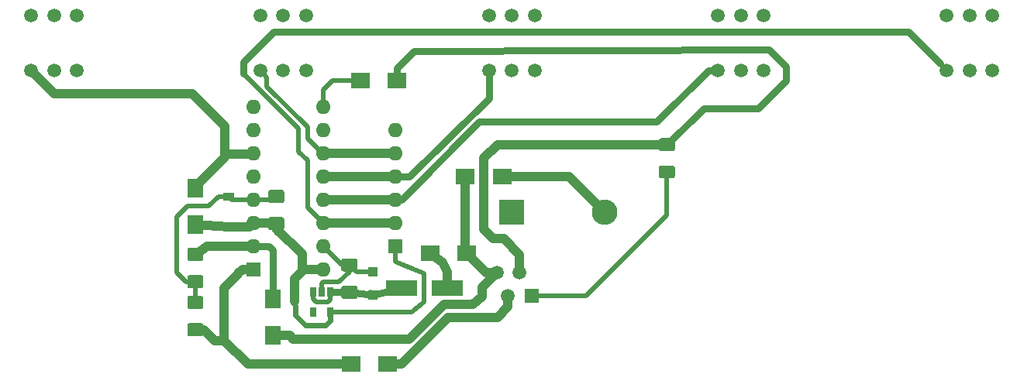
<source format=gbr>
G04 #@! TF.GenerationSoftware,KiCad,Pcbnew,5.1.5-52549c5~84~ubuntu19.10.1*
G04 #@! TF.CreationDate,2020-01-22T18:49:14-06:00*
G04 #@! TF.ProjectId,Timer,54696d65-722e-46b6-9963-61645f706362,rev?*
G04 #@! TF.SameCoordinates,PX93be440PYaa38e78*
G04 #@! TF.FileFunction,Copper,L1,Top*
G04 #@! TF.FilePolarity,Positive*
%FSLAX46Y46*%
G04 Gerber Fmt 4.6, Leading zero omitted, Abs format (unit mm)*
G04 Created by KiCad (PCBNEW 5.1.5-52549c5~84~ubuntu19.10.1) date 2020-01-22 18:49:14*
%MOMM*%
%LPD*%
G04 APERTURE LIST*
%ADD10R,3.500000X1.800000*%
%ADD11R,1.520000X1.520000*%
%ADD12C,1.520000*%
%ADD13C,0.100000*%
%ADD14R,1.200000X0.900000*%
%ADD15R,2.000000X1.700000*%
%ADD16O,1.600000X1.600000*%
%ADD17R,1.600000X1.600000*%
%ADD18C,1.500000*%
%ADD19O,2.800000X2.800000*%
%ADD20R,2.800000X2.800000*%
%ADD21R,1.000000X1.000000*%
%ADD22R,1.700000X2.000000*%
%ADD23R,0.650000X1.060000*%
%ADD24C,0.400000*%
%ADD25C,1.000000*%
%ADD26C,0.600000*%
%ADD27C,0.500000*%
%ADD28C,0.750000*%
%ADD29C,0.800000*%
G04 APERTURE END LIST*
D10*
X-62016000Y11811000D03*
X-67016000Y11811000D03*
D11*
X-52770000Y10960000D03*
D12*
X-54070000Y13500000D03*
X-55340000Y10960000D03*
X-56580000Y13500000D03*
G04 #@! TA.AperFunction,SMDPad,CuDef*
D13*
G36*
X-88850496Y7973796D02*
G01*
X-88826227Y7970196D01*
X-88802429Y7964235D01*
X-88779329Y7955970D01*
X-88757151Y7945480D01*
X-88736107Y7932867D01*
X-88716402Y7918253D01*
X-88698223Y7901777D01*
X-88681747Y7883598D01*
X-88667133Y7863893D01*
X-88654520Y7842849D01*
X-88644030Y7820671D01*
X-88635765Y7797571D01*
X-88629804Y7773773D01*
X-88626204Y7749504D01*
X-88625000Y7725000D01*
X-88625000Y6800000D01*
X-88626204Y6775496D01*
X-88629804Y6751227D01*
X-88635765Y6727429D01*
X-88644030Y6704329D01*
X-88654520Y6682151D01*
X-88667133Y6661107D01*
X-88681747Y6641402D01*
X-88698223Y6623223D01*
X-88716402Y6606747D01*
X-88736107Y6592133D01*
X-88757151Y6579520D01*
X-88779329Y6569030D01*
X-88802429Y6560765D01*
X-88826227Y6554804D01*
X-88850496Y6551204D01*
X-88875000Y6550000D01*
X-90125000Y6550000D01*
X-90149504Y6551204D01*
X-90173773Y6554804D01*
X-90197571Y6560765D01*
X-90220671Y6569030D01*
X-90242849Y6579520D01*
X-90263893Y6592133D01*
X-90283598Y6606747D01*
X-90301777Y6623223D01*
X-90318253Y6641402D01*
X-90332867Y6661107D01*
X-90345480Y6682151D01*
X-90355970Y6704329D01*
X-90364235Y6727429D01*
X-90370196Y6751227D01*
X-90373796Y6775496D01*
X-90375000Y6800000D01*
X-90375000Y7725000D01*
X-90373796Y7749504D01*
X-90370196Y7773773D01*
X-90364235Y7797571D01*
X-90355970Y7820671D01*
X-90345480Y7842849D01*
X-90332867Y7863893D01*
X-90318253Y7883598D01*
X-90301777Y7901777D01*
X-90283598Y7918253D01*
X-90263893Y7932867D01*
X-90242849Y7945480D01*
X-90220671Y7955970D01*
X-90197571Y7964235D01*
X-90173773Y7970196D01*
X-90149504Y7973796D01*
X-90125000Y7975000D01*
X-88875000Y7975000D01*
X-88850496Y7973796D01*
G37*
G04 #@! TD.AperFunction*
G04 #@! TA.AperFunction,SMDPad,CuDef*
G36*
X-88850496Y10948796D02*
G01*
X-88826227Y10945196D01*
X-88802429Y10939235D01*
X-88779329Y10930970D01*
X-88757151Y10920480D01*
X-88736107Y10907867D01*
X-88716402Y10893253D01*
X-88698223Y10876777D01*
X-88681747Y10858598D01*
X-88667133Y10838893D01*
X-88654520Y10817849D01*
X-88644030Y10795671D01*
X-88635765Y10772571D01*
X-88629804Y10748773D01*
X-88626204Y10724504D01*
X-88625000Y10700000D01*
X-88625000Y9775000D01*
X-88626204Y9750496D01*
X-88629804Y9726227D01*
X-88635765Y9702429D01*
X-88644030Y9679329D01*
X-88654520Y9657151D01*
X-88667133Y9636107D01*
X-88681747Y9616402D01*
X-88698223Y9598223D01*
X-88716402Y9581747D01*
X-88736107Y9567133D01*
X-88757151Y9554520D01*
X-88779329Y9544030D01*
X-88802429Y9535765D01*
X-88826227Y9529804D01*
X-88850496Y9526204D01*
X-88875000Y9525000D01*
X-90125000Y9525000D01*
X-90149504Y9526204D01*
X-90173773Y9529804D01*
X-90197571Y9535765D01*
X-90220671Y9544030D01*
X-90242849Y9554520D01*
X-90263893Y9567133D01*
X-90283598Y9581747D01*
X-90301777Y9598223D01*
X-90318253Y9616402D01*
X-90332867Y9636107D01*
X-90345480Y9657151D01*
X-90355970Y9679329D01*
X-90364235Y9702429D01*
X-90370196Y9726227D01*
X-90373796Y9750496D01*
X-90375000Y9775000D01*
X-90375000Y10700000D01*
X-90373796Y10724504D01*
X-90370196Y10748773D01*
X-90364235Y10772571D01*
X-90355970Y10795671D01*
X-90345480Y10817849D01*
X-90332867Y10838893D01*
X-90318253Y10858598D01*
X-90301777Y10876777D01*
X-90283598Y10893253D01*
X-90263893Y10907867D01*
X-90242849Y10920480D01*
X-90220671Y10930970D01*
X-90197571Y10939235D01*
X-90173773Y10945196D01*
X-90149504Y10948796D01*
X-90125000Y10950000D01*
X-88875000Y10950000D01*
X-88850496Y10948796D01*
G37*
G04 #@! TD.AperFunction*
G04 #@! TA.AperFunction,SMDPad,CuDef*
G36*
X-88850496Y13223796D02*
G01*
X-88826227Y13220196D01*
X-88802429Y13214235D01*
X-88779329Y13205970D01*
X-88757151Y13195480D01*
X-88736107Y13182867D01*
X-88716402Y13168253D01*
X-88698223Y13151777D01*
X-88681747Y13133598D01*
X-88667133Y13113893D01*
X-88654520Y13092849D01*
X-88644030Y13070671D01*
X-88635765Y13047571D01*
X-88629804Y13023773D01*
X-88626204Y12999504D01*
X-88625000Y12975000D01*
X-88625000Y12050000D01*
X-88626204Y12025496D01*
X-88629804Y12001227D01*
X-88635765Y11977429D01*
X-88644030Y11954329D01*
X-88654520Y11932151D01*
X-88667133Y11911107D01*
X-88681747Y11891402D01*
X-88698223Y11873223D01*
X-88716402Y11856747D01*
X-88736107Y11842133D01*
X-88757151Y11829520D01*
X-88779329Y11819030D01*
X-88802429Y11810765D01*
X-88826227Y11804804D01*
X-88850496Y11801204D01*
X-88875000Y11800000D01*
X-90125000Y11800000D01*
X-90149504Y11801204D01*
X-90173773Y11804804D01*
X-90197571Y11810765D01*
X-90220671Y11819030D01*
X-90242849Y11829520D01*
X-90263893Y11842133D01*
X-90283598Y11856747D01*
X-90301777Y11873223D01*
X-90318253Y11891402D01*
X-90332867Y11911107D01*
X-90345480Y11932151D01*
X-90355970Y11954329D01*
X-90364235Y11977429D01*
X-90370196Y12001227D01*
X-90373796Y12025496D01*
X-90375000Y12050000D01*
X-90375000Y12975000D01*
X-90373796Y12999504D01*
X-90370196Y13023773D01*
X-90364235Y13047571D01*
X-90355970Y13070671D01*
X-90345480Y13092849D01*
X-90332867Y13113893D01*
X-90318253Y13133598D01*
X-90301777Y13151777D01*
X-90283598Y13168253D01*
X-90263893Y13182867D01*
X-90242849Y13195480D01*
X-90220671Y13205970D01*
X-90197571Y13214235D01*
X-90173773Y13220196D01*
X-90149504Y13223796D01*
X-90125000Y13225000D01*
X-88875000Y13225000D01*
X-88850496Y13223796D01*
G37*
G04 #@! TD.AperFunction*
G04 #@! TA.AperFunction,SMDPad,CuDef*
G36*
X-88850496Y16198796D02*
G01*
X-88826227Y16195196D01*
X-88802429Y16189235D01*
X-88779329Y16180970D01*
X-88757151Y16170480D01*
X-88736107Y16157867D01*
X-88716402Y16143253D01*
X-88698223Y16126777D01*
X-88681747Y16108598D01*
X-88667133Y16088893D01*
X-88654520Y16067849D01*
X-88644030Y16045671D01*
X-88635765Y16022571D01*
X-88629804Y15998773D01*
X-88626204Y15974504D01*
X-88625000Y15950000D01*
X-88625000Y15025000D01*
X-88626204Y15000496D01*
X-88629804Y14976227D01*
X-88635765Y14952429D01*
X-88644030Y14929329D01*
X-88654520Y14907151D01*
X-88667133Y14886107D01*
X-88681747Y14866402D01*
X-88698223Y14848223D01*
X-88716402Y14831747D01*
X-88736107Y14817133D01*
X-88757151Y14804520D01*
X-88779329Y14794030D01*
X-88802429Y14785765D01*
X-88826227Y14779804D01*
X-88850496Y14776204D01*
X-88875000Y14775000D01*
X-90125000Y14775000D01*
X-90149504Y14776204D01*
X-90173773Y14779804D01*
X-90197571Y14785765D01*
X-90220671Y14794030D01*
X-90242849Y14804520D01*
X-90263893Y14817133D01*
X-90283598Y14831747D01*
X-90301777Y14848223D01*
X-90318253Y14866402D01*
X-90332867Y14886107D01*
X-90345480Y14907151D01*
X-90355970Y14929329D01*
X-90364235Y14952429D01*
X-90370196Y14976227D01*
X-90373796Y15000496D01*
X-90375000Y15025000D01*
X-90375000Y15950000D01*
X-90373796Y15974504D01*
X-90370196Y15998773D01*
X-90364235Y16022571D01*
X-90355970Y16045671D01*
X-90345480Y16067849D01*
X-90332867Y16088893D01*
X-90318253Y16108598D01*
X-90301777Y16126777D01*
X-90283598Y16143253D01*
X-90263893Y16157867D01*
X-90242849Y16170480D01*
X-90220671Y16180970D01*
X-90197571Y16189235D01*
X-90173773Y16195196D01*
X-90149504Y16198796D01*
X-90125000Y16200000D01*
X-88875000Y16200000D01*
X-88850496Y16198796D01*
G37*
G04 #@! TD.AperFunction*
G04 #@! TA.AperFunction,SMDPad,CuDef*
G36*
X-37350496Y28198796D02*
G01*
X-37326227Y28195196D01*
X-37302429Y28189235D01*
X-37279329Y28180970D01*
X-37257151Y28170480D01*
X-37236107Y28157867D01*
X-37216402Y28143253D01*
X-37198223Y28126777D01*
X-37181747Y28108598D01*
X-37167133Y28088893D01*
X-37154520Y28067849D01*
X-37144030Y28045671D01*
X-37135765Y28022571D01*
X-37129804Y27998773D01*
X-37126204Y27974504D01*
X-37125000Y27950000D01*
X-37125000Y27025000D01*
X-37126204Y27000496D01*
X-37129804Y26976227D01*
X-37135765Y26952429D01*
X-37144030Y26929329D01*
X-37154520Y26907151D01*
X-37167133Y26886107D01*
X-37181747Y26866402D01*
X-37198223Y26848223D01*
X-37216402Y26831747D01*
X-37236107Y26817133D01*
X-37257151Y26804520D01*
X-37279329Y26794030D01*
X-37302429Y26785765D01*
X-37326227Y26779804D01*
X-37350496Y26776204D01*
X-37375000Y26775000D01*
X-38625000Y26775000D01*
X-38649504Y26776204D01*
X-38673773Y26779804D01*
X-38697571Y26785765D01*
X-38720671Y26794030D01*
X-38742849Y26804520D01*
X-38763893Y26817133D01*
X-38783598Y26831747D01*
X-38801777Y26848223D01*
X-38818253Y26866402D01*
X-38832867Y26886107D01*
X-38845480Y26907151D01*
X-38855970Y26929329D01*
X-38864235Y26952429D01*
X-38870196Y26976227D01*
X-38873796Y27000496D01*
X-38875000Y27025000D01*
X-38875000Y27950000D01*
X-38873796Y27974504D01*
X-38870196Y27998773D01*
X-38864235Y28022571D01*
X-38855970Y28045671D01*
X-38845480Y28067849D01*
X-38832867Y28088893D01*
X-38818253Y28108598D01*
X-38801777Y28126777D01*
X-38783598Y28143253D01*
X-38763893Y28157867D01*
X-38742849Y28170480D01*
X-38720671Y28180970D01*
X-38697571Y28189235D01*
X-38673773Y28195196D01*
X-38649504Y28198796D01*
X-38625000Y28200000D01*
X-37375000Y28200000D01*
X-37350496Y28198796D01*
G37*
G04 #@! TD.AperFunction*
G04 #@! TA.AperFunction,SMDPad,CuDef*
G36*
X-37350496Y25223796D02*
G01*
X-37326227Y25220196D01*
X-37302429Y25214235D01*
X-37279329Y25205970D01*
X-37257151Y25195480D01*
X-37236107Y25182867D01*
X-37216402Y25168253D01*
X-37198223Y25151777D01*
X-37181747Y25133598D01*
X-37167133Y25113893D01*
X-37154520Y25092849D01*
X-37144030Y25070671D01*
X-37135765Y25047571D01*
X-37129804Y25023773D01*
X-37126204Y24999504D01*
X-37125000Y24975000D01*
X-37125000Y24050000D01*
X-37126204Y24025496D01*
X-37129804Y24001227D01*
X-37135765Y23977429D01*
X-37144030Y23954329D01*
X-37154520Y23932151D01*
X-37167133Y23911107D01*
X-37181747Y23891402D01*
X-37198223Y23873223D01*
X-37216402Y23856747D01*
X-37236107Y23842133D01*
X-37257151Y23829520D01*
X-37279329Y23819030D01*
X-37302429Y23810765D01*
X-37326227Y23804804D01*
X-37350496Y23801204D01*
X-37375000Y23800000D01*
X-38625000Y23800000D01*
X-38649504Y23801204D01*
X-38673773Y23804804D01*
X-38697571Y23810765D01*
X-38720671Y23819030D01*
X-38742849Y23829520D01*
X-38763893Y23842133D01*
X-38783598Y23856747D01*
X-38801777Y23873223D01*
X-38818253Y23891402D01*
X-38832867Y23911107D01*
X-38845480Y23932151D01*
X-38855970Y23954329D01*
X-38864235Y23977429D01*
X-38870196Y24001227D01*
X-38873796Y24025496D01*
X-38875000Y24050000D01*
X-38875000Y24975000D01*
X-38873796Y24999504D01*
X-38870196Y25023773D01*
X-38864235Y25047571D01*
X-38855970Y25070671D01*
X-38845480Y25092849D01*
X-38832867Y25113893D01*
X-38818253Y25133598D01*
X-38801777Y25151777D01*
X-38783598Y25168253D01*
X-38763893Y25182867D01*
X-38742849Y25195480D01*
X-38720671Y25205970D01*
X-38697571Y25214235D01*
X-38673773Y25220196D01*
X-38649504Y25223796D01*
X-38625000Y25225000D01*
X-37375000Y25225000D01*
X-37350496Y25223796D01*
G37*
G04 #@! TD.AperFunction*
G04 #@! TA.AperFunction,SMDPad,CuDef*
G36*
X-80020496Y19576796D02*
G01*
X-79996227Y19573196D01*
X-79972429Y19567235D01*
X-79949329Y19558970D01*
X-79927151Y19548480D01*
X-79906107Y19535867D01*
X-79886402Y19521253D01*
X-79868223Y19504777D01*
X-79851747Y19486598D01*
X-79837133Y19466893D01*
X-79824520Y19445849D01*
X-79814030Y19423671D01*
X-79805765Y19400571D01*
X-79799804Y19376773D01*
X-79796204Y19352504D01*
X-79795000Y19328000D01*
X-79795000Y18403000D01*
X-79796204Y18378496D01*
X-79799804Y18354227D01*
X-79805765Y18330429D01*
X-79814030Y18307329D01*
X-79824520Y18285151D01*
X-79837133Y18264107D01*
X-79851747Y18244402D01*
X-79868223Y18226223D01*
X-79886402Y18209747D01*
X-79906107Y18195133D01*
X-79927151Y18182520D01*
X-79949329Y18172030D01*
X-79972429Y18163765D01*
X-79996227Y18157804D01*
X-80020496Y18154204D01*
X-80045000Y18153000D01*
X-81295000Y18153000D01*
X-81319504Y18154204D01*
X-81343773Y18157804D01*
X-81367571Y18163765D01*
X-81390671Y18172030D01*
X-81412849Y18182520D01*
X-81433893Y18195133D01*
X-81453598Y18209747D01*
X-81471777Y18226223D01*
X-81488253Y18244402D01*
X-81502867Y18264107D01*
X-81515480Y18285151D01*
X-81525970Y18307329D01*
X-81534235Y18330429D01*
X-81540196Y18354227D01*
X-81543796Y18378496D01*
X-81545000Y18403000D01*
X-81545000Y19328000D01*
X-81543796Y19352504D01*
X-81540196Y19376773D01*
X-81534235Y19400571D01*
X-81525970Y19423671D01*
X-81515480Y19445849D01*
X-81502867Y19466893D01*
X-81488253Y19486598D01*
X-81471777Y19504777D01*
X-81453598Y19521253D01*
X-81433893Y19535867D01*
X-81412849Y19548480D01*
X-81390671Y19558970D01*
X-81367571Y19567235D01*
X-81343773Y19573196D01*
X-81319504Y19576796D01*
X-81295000Y19578000D01*
X-80045000Y19578000D01*
X-80020496Y19576796D01*
G37*
G04 #@! TD.AperFunction*
G04 #@! TA.AperFunction,SMDPad,CuDef*
G36*
X-80020496Y22551796D02*
G01*
X-79996227Y22548196D01*
X-79972429Y22542235D01*
X-79949329Y22533970D01*
X-79927151Y22523480D01*
X-79906107Y22510867D01*
X-79886402Y22496253D01*
X-79868223Y22479777D01*
X-79851747Y22461598D01*
X-79837133Y22441893D01*
X-79824520Y22420849D01*
X-79814030Y22398671D01*
X-79805765Y22375571D01*
X-79799804Y22351773D01*
X-79796204Y22327504D01*
X-79795000Y22303000D01*
X-79795000Y21378000D01*
X-79796204Y21353496D01*
X-79799804Y21329227D01*
X-79805765Y21305429D01*
X-79814030Y21282329D01*
X-79824520Y21260151D01*
X-79837133Y21239107D01*
X-79851747Y21219402D01*
X-79868223Y21201223D01*
X-79886402Y21184747D01*
X-79906107Y21170133D01*
X-79927151Y21157520D01*
X-79949329Y21147030D01*
X-79972429Y21138765D01*
X-79996227Y21132804D01*
X-80020496Y21129204D01*
X-80045000Y21128000D01*
X-81295000Y21128000D01*
X-81319504Y21129204D01*
X-81343773Y21132804D01*
X-81367571Y21138765D01*
X-81390671Y21147030D01*
X-81412849Y21157520D01*
X-81433893Y21170133D01*
X-81453598Y21184747D01*
X-81471777Y21201223D01*
X-81488253Y21219402D01*
X-81502867Y21239107D01*
X-81515480Y21260151D01*
X-81525970Y21282329D01*
X-81534235Y21305429D01*
X-81540196Y21329227D01*
X-81543796Y21353496D01*
X-81545000Y21378000D01*
X-81545000Y22303000D01*
X-81543796Y22327504D01*
X-81540196Y22351773D01*
X-81534235Y22375571D01*
X-81525970Y22398671D01*
X-81515480Y22420849D01*
X-81502867Y22441893D01*
X-81488253Y22461598D01*
X-81471777Y22479777D01*
X-81453598Y22496253D01*
X-81433893Y22510867D01*
X-81412849Y22523480D01*
X-81390671Y22533970D01*
X-81367571Y22542235D01*
X-81343773Y22548196D01*
X-81319504Y22551796D01*
X-81295000Y22553000D01*
X-80045000Y22553000D01*
X-80020496Y22551796D01*
G37*
G04 #@! TD.AperFunction*
G04 #@! TA.AperFunction,SMDPad,CuDef*
G36*
X-72020496Y12076796D02*
G01*
X-71996227Y12073196D01*
X-71972429Y12067235D01*
X-71949329Y12058970D01*
X-71927151Y12048480D01*
X-71906107Y12035867D01*
X-71886402Y12021253D01*
X-71868223Y12004777D01*
X-71851747Y11986598D01*
X-71837133Y11966893D01*
X-71824520Y11945849D01*
X-71814030Y11923671D01*
X-71805765Y11900571D01*
X-71799804Y11876773D01*
X-71796204Y11852504D01*
X-71795000Y11828000D01*
X-71795000Y10903000D01*
X-71796204Y10878496D01*
X-71799804Y10854227D01*
X-71805765Y10830429D01*
X-71814030Y10807329D01*
X-71824520Y10785151D01*
X-71837133Y10764107D01*
X-71851747Y10744402D01*
X-71868223Y10726223D01*
X-71886402Y10709747D01*
X-71906107Y10695133D01*
X-71927151Y10682520D01*
X-71949329Y10672030D01*
X-71972429Y10663765D01*
X-71996227Y10657804D01*
X-72020496Y10654204D01*
X-72045000Y10653000D01*
X-73295000Y10653000D01*
X-73319504Y10654204D01*
X-73343773Y10657804D01*
X-73367571Y10663765D01*
X-73390671Y10672030D01*
X-73412849Y10682520D01*
X-73433893Y10695133D01*
X-73453598Y10709747D01*
X-73471777Y10726223D01*
X-73488253Y10744402D01*
X-73502867Y10764107D01*
X-73515480Y10785151D01*
X-73525970Y10807329D01*
X-73534235Y10830429D01*
X-73540196Y10854227D01*
X-73543796Y10878496D01*
X-73545000Y10903000D01*
X-73545000Y11828000D01*
X-73543796Y11852504D01*
X-73540196Y11876773D01*
X-73534235Y11900571D01*
X-73525970Y11923671D01*
X-73515480Y11945849D01*
X-73502867Y11966893D01*
X-73488253Y11986598D01*
X-73471777Y12004777D01*
X-73453598Y12021253D01*
X-73433893Y12035867D01*
X-73412849Y12048480D01*
X-73390671Y12058970D01*
X-73367571Y12067235D01*
X-73343773Y12073196D01*
X-73319504Y12076796D01*
X-73295000Y12078000D01*
X-72045000Y12078000D01*
X-72020496Y12076796D01*
G37*
G04 #@! TD.AperFunction*
G04 #@! TA.AperFunction,SMDPad,CuDef*
G36*
X-72020496Y15051796D02*
G01*
X-71996227Y15048196D01*
X-71972429Y15042235D01*
X-71949329Y15033970D01*
X-71927151Y15023480D01*
X-71906107Y15010867D01*
X-71886402Y14996253D01*
X-71868223Y14979777D01*
X-71851747Y14961598D01*
X-71837133Y14941893D01*
X-71824520Y14920849D01*
X-71814030Y14898671D01*
X-71805765Y14875571D01*
X-71799804Y14851773D01*
X-71796204Y14827504D01*
X-71795000Y14803000D01*
X-71795000Y13878000D01*
X-71796204Y13853496D01*
X-71799804Y13829227D01*
X-71805765Y13805429D01*
X-71814030Y13782329D01*
X-71824520Y13760151D01*
X-71837133Y13739107D01*
X-71851747Y13719402D01*
X-71868223Y13701223D01*
X-71886402Y13684747D01*
X-71906107Y13670133D01*
X-71927151Y13657520D01*
X-71949329Y13647030D01*
X-71972429Y13638765D01*
X-71996227Y13632804D01*
X-72020496Y13629204D01*
X-72045000Y13628000D01*
X-73295000Y13628000D01*
X-73319504Y13629204D01*
X-73343773Y13632804D01*
X-73367571Y13638765D01*
X-73390671Y13647030D01*
X-73412849Y13657520D01*
X-73433893Y13670133D01*
X-73453598Y13684747D01*
X-73471777Y13701223D01*
X-73488253Y13719402D01*
X-73502867Y13739107D01*
X-73515480Y13760151D01*
X-73525970Y13782329D01*
X-73534235Y13805429D01*
X-73540196Y13829227D01*
X-73543796Y13853496D01*
X-73545000Y13878000D01*
X-73545000Y14803000D01*
X-73543796Y14827504D01*
X-73540196Y14851773D01*
X-73534235Y14875571D01*
X-73525970Y14898671D01*
X-73515480Y14920849D01*
X-73502867Y14941893D01*
X-73488253Y14961598D01*
X-73471777Y14979777D01*
X-73453598Y14996253D01*
X-73433893Y15010867D01*
X-73412849Y15023480D01*
X-73390671Y15033970D01*
X-73367571Y15042235D01*
X-73343773Y15048196D01*
X-73319504Y15051796D01*
X-73295000Y15053000D01*
X-72045000Y15053000D01*
X-72020496Y15051796D01*
G37*
G04 #@! TD.AperFunction*
D14*
X-85852000Y18543000D03*
X-85852000Y21843000D03*
D15*
X-63849000Y15621000D03*
X-59849000Y15621000D03*
D16*
X-67670000Y29053000D03*
X-67670000Y26513000D03*
X-67670000Y23973000D03*
X-67670000Y21433000D03*
X-67670000Y18893000D03*
D17*
X-67670000Y16353000D03*
D18*
X-102420000Y41603000D03*
X-104920000Y41603000D03*
X-107420000Y41603000D03*
X-107420000Y35603000D03*
X-104920000Y35603000D03*
X-102420000Y35603000D03*
X-77420000Y41603000D03*
X-79920000Y41603000D03*
X-82420000Y41603000D03*
X-82420000Y35603000D03*
X-79920000Y35603000D03*
X-77420000Y35603000D03*
X-52420000Y41603000D03*
X-54920000Y41603000D03*
X-57420000Y41603000D03*
X-57420000Y35603000D03*
X-54920000Y35603000D03*
X-52420000Y35603000D03*
X-27420000Y41603000D03*
X-29920000Y41603000D03*
X-32420000Y41603000D03*
X-32420000Y35603000D03*
X-29920000Y35603000D03*
X-27420000Y35603000D03*
X-2420000Y41603000D03*
X-4920000Y41603000D03*
X-7420000Y41603000D03*
X-7420000Y35603000D03*
X-4920000Y35603000D03*
X-2420000Y35603000D03*
D16*
X-75550000Y13853000D03*
X-83170000Y31633000D03*
X-75550000Y16393000D03*
X-83170000Y29093000D03*
X-75550000Y18933000D03*
X-83170000Y26553000D03*
X-75550000Y21473000D03*
X-83170000Y24013000D03*
X-75550000Y24013000D03*
X-83170000Y21473000D03*
X-75550000Y26553000D03*
X-83170000Y18933000D03*
X-75550000Y29093000D03*
X-83170000Y16393000D03*
X-75550000Y31633000D03*
D17*
X-83170000Y13853000D03*
D19*
X-44760000Y20103000D03*
D20*
X-54920000Y20103000D03*
D15*
X-60000000Y24000000D03*
X-56000000Y24000000D03*
X-71500000Y34500000D03*
X-67500000Y34500000D03*
X-68500000Y3500000D03*
X-72500000Y3500000D03*
D21*
X-70104000Y13569000D03*
X-70104000Y11069000D03*
D22*
X-81026000Y6636000D03*
X-81026000Y10636000D03*
D23*
X-74742000Y9187000D03*
X-76642000Y9187000D03*
X-76642000Y11387000D03*
X-75692000Y11387000D03*
X-74742000Y11387000D03*
D22*
X-89500000Y22750000D03*
X-89500000Y18750000D03*
D24*
X-75750000Y14053000D02*
X-75550000Y13853000D01*
D25*
X-80670000Y18353000D02*
X-77820000Y15503000D01*
D24*
X-80670000Y19103000D02*
X-80670000Y17805000D01*
X-80840000Y18933000D02*
X-80670000Y19103000D01*
D25*
X-83180000Y18943000D02*
X-83170000Y18933000D01*
X-83170000Y18933000D02*
X-80840000Y18933000D01*
X-77820000Y15503000D02*
X-77820000Y14001000D01*
X-77672000Y13853000D02*
X-75550000Y13853000D01*
X-77820000Y14001000D02*
X-77672000Y13853000D01*
D24*
X-74742000Y8728000D02*
X-74742000Y8933000D01*
D25*
X-78670000Y12855000D02*
X-78670000Y10353000D01*
X-77672000Y13853000D02*
X-78670000Y12855000D01*
D24*
X-83560000Y18543000D02*
X-83170000Y18933000D01*
D25*
X-85852000Y18543000D02*
X-83560000Y18543000D01*
D26*
X-74742000Y8258000D02*
X-74742000Y9187000D01*
X-75250000Y7750000D02*
X-74742000Y8258000D01*
X-77500000Y7750000D02*
X-75250000Y7750000D01*
X-78670000Y10353000D02*
X-78613000Y9525000D01*
X-78613000Y8863000D02*
X-77500000Y7750000D01*
X-78613000Y9525000D02*
X-78613000Y8863000D01*
D25*
X-89500000Y18750000D02*
X-85852000Y18543000D01*
D27*
X-67691000Y14732000D02*
X-64516000Y13420000D01*
X-65913000Y9197001D02*
X-73906999Y9197001D01*
X-67670000Y16353000D02*
X-67691000Y14732000D01*
X-73917000Y9187000D02*
X-74742000Y9187000D01*
X-73906999Y9197001D02*
X-73917000Y9187000D01*
X-64516000Y10287000D02*
X-65913000Y9197001D01*
X-64516000Y13420000D02*
X-64516000Y10287000D01*
D24*
X-75540000Y29103000D02*
X-75550000Y29093000D01*
X-83200000Y21443000D02*
X-83170000Y21473000D01*
X-79920000Y35603000D02*
X-79672000Y35603000D01*
X-83170000Y31633000D02*
X-83450000Y31633000D01*
X-83450000Y31353000D02*
X-83170000Y31633000D01*
X-4920000Y35103000D02*
X-4920000Y35603000D01*
D27*
X-86952000Y21843000D02*
X-85852000Y21843000D01*
X-90512500Y12512500D02*
X-91500000Y13500000D01*
X-89500000Y12512500D02*
X-90512500Y12512500D01*
X-91500000Y13500000D02*
X-91500000Y19608002D01*
X-90358002Y20750000D02*
X-88045000Y20750000D01*
X-91500000Y19608002D02*
X-90358002Y20750000D01*
X-88045000Y20750000D02*
X-86952000Y21843000D01*
X-81037500Y21473000D02*
X-80670000Y21840500D01*
X-83170000Y21473000D02*
X-81037500Y21473000D01*
X-85482000Y21473000D02*
X-85852000Y21843000D01*
X-83170000Y21473000D02*
X-85482000Y21473000D01*
X-89500000Y12512500D02*
X-89500000Y10237500D01*
X-75515001Y12477001D02*
X-73820999Y12477001D01*
X-75692000Y12300002D02*
X-75515001Y12477001D01*
X-75692000Y11387000D02*
X-75692000Y12300002D01*
X-52770000Y10960000D02*
X-46825000Y10960000D01*
X-38000000Y19785000D02*
X-38000000Y24512500D01*
X-46825000Y10960000D02*
X-38000000Y19785000D01*
X-72670000Y13628000D02*
X-72670000Y14340500D01*
X-73820999Y12477001D02*
X-72670000Y13628000D01*
X-71898500Y13569000D02*
X-72670000Y14340500D01*
X-70104000Y13569000D02*
X-71898500Y13569000D01*
X-73497500Y14340500D02*
X-75550000Y16393000D01*
X-72670000Y14340500D02*
X-73497500Y14340500D01*
D25*
X-62484000Y14605000D02*
X-63849000Y15621000D01*
X-62016000Y11811000D02*
X-62016000Y13589000D01*
X-62016000Y13589000D02*
X-62484000Y14605000D01*
D24*
X-67670000Y18893000D02*
X-67210000Y18893000D01*
D25*
X-75550000Y18933000D02*
X-67680000Y18933000D01*
D24*
X-67680000Y18933000D02*
X-67670000Y18943000D01*
D28*
X-11627011Y39810011D02*
X-8169999Y36352999D01*
X-84250000Y36500000D02*
X-80939989Y39810011D01*
X-84250000Y35250000D02*
X-84250000Y36500000D01*
D27*
X-77250000Y25750000D02*
X-78250000Y26750000D01*
X-77250000Y20633000D02*
X-77250000Y25750000D01*
X-78250000Y26750000D02*
X-78250000Y29250000D01*
X-78250000Y29250000D02*
X-84250000Y35250000D01*
X-8169999Y36352999D02*
X-7420000Y35603000D01*
D28*
X-80939989Y39810011D02*
X-11627011Y39810011D01*
D27*
X-75550000Y18933000D02*
X-77250000Y20633000D01*
D25*
X-75550000Y21473000D02*
X-67680000Y21473000D01*
D28*
X-58500000Y30000000D02*
X-67000000Y21500000D01*
X-39083660Y30000000D02*
X-58500000Y30000000D01*
X-32420000Y35603000D02*
X-33480660Y35603000D01*
X-33480660Y35603000D02*
X-39083660Y30000000D01*
D27*
X-67067000Y21433000D02*
X-67000000Y21500000D01*
X-67670000Y21433000D02*
X-67067000Y21433000D01*
D24*
X-67680000Y24013000D02*
X-67670000Y24023000D01*
D25*
X-75550000Y24013000D02*
X-67680000Y24013000D01*
D28*
X-57420000Y32580000D02*
X-57420000Y35603000D01*
X-67670000Y23973000D02*
X-66167000Y23973000D01*
X-66167000Y23973000D02*
X-57420000Y32580000D01*
D24*
X-75550000Y26553000D02*
X-75620000Y26553000D01*
X-67680000Y26553000D02*
X-67670000Y26563000D01*
D25*
X-75550000Y26553000D02*
X-67680000Y26553000D01*
D27*
X-82420000Y35603000D02*
X-81670001Y34853001D01*
X-77250000Y29395528D02*
X-77250000Y28183000D01*
X-81670001Y33815529D02*
X-77250000Y29395528D01*
X-81670001Y34853001D02*
X-81670001Y33815529D01*
X-77250000Y28183000D02*
X-75620000Y26553000D01*
D29*
X-82038630Y16393000D02*
X-83170000Y16393000D01*
X-81026000Y16002000D02*
X-81417000Y16393000D01*
X-81417000Y16393000D02*
X-82038630Y16393000D01*
X-81026000Y10636000D02*
X-81026000Y16002000D01*
D25*
X-88265000Y16383000D02*
X-83170000Y16393000D01*
X-89500000Y15487500D02*
X-88265000Y16383000D01*
D27*
X-75550000Y31633000D02*
X-75550000Y33450000D01*
X-74500000Y34500000D02*
X-71500000Y34500000D01*
X-75550000Y33450000D02*
X-74500000Y34500000D01*
D24*
X-67670000Y11831000D02*
X-67944000Y11557000D01*
X-68218000Y11831000D02*
X-67944000Y11557000D01*
D27*
X-70400500Y11365500D02*
X-70104000Y11069000D01*
X-74742000Y10535001D02*
X-74742000Y11387000D01*
X-75000000Y10277001D02*
X-74742000Y10535001D01*
X-76277001Y10277001D02*
X-75000000Y10277001D01*
X-76642000Y11387000D02*
X-76642000Y10642000D01*
X-76642000Y10642000D02*
X-76277001Y10277001D01*
D24*
X-67016000Y11811000D02*
X-67944000Y11557000D01*
D28*
X-70104000Y11069000D02*
X-67016000Y11811000D01*
X-72627500Y11365500D02*
X-70104000Y11069000D01*
X-74742000Y11387000D02*
X-72670000Y11365500D01*
D25*
X-56512500Y27487500D02*
X-38000000Y27487500D01*
X-54070000Y15430000D02*
X-55840000Y17200000D01*
X-55840000Y17200000D02*
X-56950000Y17200000D01*
X-56950000Y17200000D02*
X-57987500Y18237500D01*
X-57987500Y18237500D02*
X-57987500Y26012500D01*
X-54070000Y13500000D02*
X-54070000Y15430000D01*
X-57987500Y26012500D02*
X-56512500Y27487500D01*
D28*
X-33987500Y31500000D02*
X-38000000Y27487500D01*
X-28000000Y31500000D02*
X-33987500Y31500000D01*
X-25000000Y34500000D02*
X-28000000Y31500000D01*
X-67500000Y35850000D02*
X-65659000Y37719000D01*
X-67500000Y34500000D02*
X-67500000Y35850000D01*
X-65659000Y37719000D02*
X-26885000Y37885000D01*
X-26885000Y37885000D02*
X-25000000Y36000000D01*
X-25000000Y36000000D02*
X-25000000Y34500000D01*
D25*
X-48657000Y24000000D02*
X-44760000Y20103000D01*
X-56000000Y24000000D02*
X-48657000Y24000000D01*
D24*
X-83170000Y13853000D02*
X-83170000Y13789000D01*
D25*
X-83170000Y13853000D02*
X-84370000Y13853000D01*
X-84370000Y13853000D02*
X-84836000Y13387000D01*
X-84836000Y13387000D02*
X-84836000Y13335000D01*
X-84836000Y13335000D02*
X-86360000Y11811000D01*
X-86360000Y11811000D02*
X-86360000Y6096000D01*
X-87358500Y6096000D02*
X-86360000Y6096000D01*
X-88525000Y7262500D02*
X-87358500Y6096000D01*
D27*
X-89500000Y7262500D02*
X-88525000Y7262500D01*
D25*
X-83764000Y3500000D02*
X-72500000Y3500000D01*
X-86360000Y6096000D02*
X-83764000Y3500000D01*
D24*
X-83245000Y26478000D02*
X-83170000Y26553000D01*
D27*
X-89500000Y22750000D02*
X-89500000Y22900000D01*
D25*
X-104920000Y33103000D02*
X-92920000Y33103000D01*
X-107420000Y35603000D02*
X-104920000Y33103000D01*
X-92920000Y33103000D02*
X-89872000Y33103000D01*
D27*
X-86295000Y26105000D02*
X-86295000Y26478000D01*
D25*
X-89500000Y22900000D02*
X-86295000Y26105000D01*
X-89872000Y33103000D02*
X-86295000Y29526000D01*
X-86295000Y29526000D02*
X-86295000Y26478000D01*
X-86295000Y26478000D02*
X-83245000Y26478000D01*
X-55340000Y9763000D02*
X-55340000Y10960000D01*
X-56500000Y8603000D02*
X-55340000Y9763000D01*
X-61897000Y8603000D02*
X-56500000Y8603000D01*
X-68500000Y3500000D02*
X-67000000Y3500000D01*
X-67000000Y3500000D02*
X-61897000Y8603000D01*
X-79176000Y6636000D02*
X-81026000Y6636000D01*
X-78790000Y6250000D02*
X-79176000Y6636000D01*
X-66250000Y6250000D02*
X-78790000Y6250000D01*
X-60000000Y24000000D02*
X-60000000Y15772000D01*
X-57728000Y13500000D02*
X-59849000Y15621000D01*
X-56580000Y13500000D02*
X-57728000Y13500000D01*
X-58166000Y11914000D02*
X-56580000Y13500000D01*
X-66140000Y6250000D02*
X-62357000Y10033000D01*
X-58166000Y10898000D02*
X-58166000Y11914000D01*
X-59182000Y10033000D02*
X-58166000Y10898000D01*
X-62357000Y10033000D02*
X-59182000Y10033000D01*
M02*

</source>
